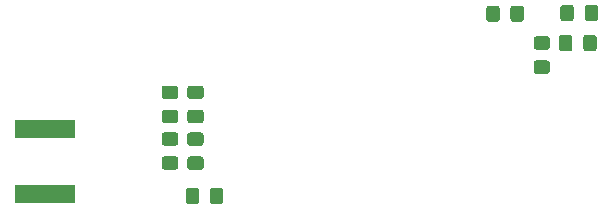
<source format=gbr>
%TF.GenerationSoftware,KiCad,Pcbnew,(5.1.6-0-10_14)*%
%TF.CreationDate,2021-01-11T17:17:34-08:00*%
%TF.ProjectId,AD7766_dev_board,41443737-3636-45f6-9465-765f626f6172,rev?*%
%TF.SameCoordinates,Original*%
%TF.FileFunction,Paste,Bot*%
%TF.FilePolarity,Positive*%
%FSLAX46Y46*%
G04 Gerber Fmt 4.6, Leading zero omitted, Abs format (unit mm)*
G04 Created by KiCad (PCBNEW (5.1.6-0-10_14)) date 2021-01-11 17:17:34*
%MOMM*%
%LPD*%
G01*
G04 APERTURE LIST*
%ADD10R,5.080000X1.600000*%
G04 APERTURE END LIST*
%TO.C,R14*%
G36*
G01*
X28112500Y11372001D02*
X28112500Y10471999D01*
G75*
G02*
X27862501Y10222000I-249999J0D01*
G01*
X27212499Y10222000D01*
G75*
G02*
X26962500Y10471999I0J249999D01*
G01*
X26962500Y11372001D01*
G75*
G02*
X27212499Y11622000I249999J0D01*
G01*
X27862501Y11622000D01*
G75*
G02*
X28112500Y11372001I0J-249999D01*
G01*
G37*
G36*
G01*
X30162500Y11372001D02*
X30162500Y10471999D01*
G75*
G02*
X29912501Y10222000I-249999J0D01*
G01*
X29262499Y10222000D01*
G75*
G02*
X29012500Y10471999I0J249999D01*
G01*
X29012500Y11372001D01*
G75*
G02*
X29262499Y11622000I249999J0D01*
G01*
X29912501Y11622000D01*
G75*
G02*
X30162500Y11372001I0J-249999D01*
G01*
G37*
%TD*%
%TO.C,R13*%
G36*
G01*
X21829500Y11308501D02*
X21829500Y10408499D01*
G75*
G02*
X21579501Y10158500I-249999J0D01*
G01*
X20929499Y10158500D01*
G75*
G02*
X20679500Y10408499I0J249999D01*
G01*
X20679500Y11308501D01*
G75*
G02*
X20929499Y11558500I249999J0D01*
G01*
X21579501Y11558500D01*
G75*
G02*
X21829500Y11308501I0J-249999D01*
G01*
G37*
G36*
G01*
X23879500Y11308501D02*
X23879500Y10408499D01*
G75*
G02*
X23629501Y10158500I-249999J0D01*
G01*
X22979499Y10158500D01*
G75*
G02*
X22729500Y10408499I0J249999D01*
G01*
X22729500Y11308501D01*
G75*
G02*
X22979499Y11558500I249999J0D01*
G01*
X23629501Y11558500D01*
G75*
G02*
X23879500Y11308501I0J-249999D01*
G01*
G37*
%TD*%
%TO.C,R12*%
G36*
G01*
X27989000Y8832001D02*
X27989000Y7931999D01*
G75*
G02*
X27739001Y7682000I-249999J0D01*
G01*
X27088999Y7682000D01*
G75*
G02*
X26839000Y7931999I0J249999D01*
G01*
X26839000Y8832001D01*
G75*
G02*
X27088999Y9082000I249999J0D01*
G01*
X27739001Y9082000D01*
G75*
G02*
X27989000Y8832001I0J-249999D01*
G01*
G37*
G36*
G01*
X30039000Y8832001D02*
X30039000Y7931999D01*
G75*
G02*
X29789001Y7682000I-249999J0D01*
G01*
X29138999Y7682000D01*
G75*
G02*
X28889000Y7931999I0J249999D01*
G01*
X28889000Y8832001D01*
G75*
G02*
X29138999Y9082000I249999J0D01*
G01*
X29789001Y9082000D01*
G75*
G02*
X30039000Y8832001I0J-249999D01*
G01*
G37*
%TD*%
%TO.C,R11*%
G36*
G01*
X25841001Y7816000D02*
X24940999Y7816000D01*
G75*
G02*
X24691000Y8065999I0J249999D01*
G01*
X24691000Y8716001D01*
G75*
G02*
X24940999Y8966000I249999J0D01*
G01*
X25841001Y8966000D01*
G75*
G02*
X26091000Y8716001I0J-249999D01*
G01*
X26091000Y8065999D01*
G75*
G02*
X25841001Y7816000I-249999J0D01*
G01*
G37*
G36*
G01*
X25841001Y5766000D02*
X24940999Y5766000D01*
G75*
G02*
X24691000Y6015999I0J249999D01*
G01*
X24691000Y6666001D01*
G75*
G02*
X24940999Y6916000I249999J0D01*
G01*
X25841001Y6916000D01*
G75*
G02*
X26091000Y6666001I0J-249999D01*
G01*
X26091000Y6015999D01*
G75*
G02*
X25841001Y5766000I-249999J0D01*
G01*
G37*
%TD*%
%TO.C,R5*%
G36*
G01*
X-3486999Y-321000D02*
X-4387001Y-321000D01*
G75*
G02*
X-4637000Y-71001I0J249999D01*
G01*
X-4637000Y579001D01*
G75*
G02*
X-4387001Y829000I249999J0D01*
G01*
X-3486999Y829000D01*
G75*
G02*
X-3237000Y579001I0J-249999D01*
G01*
X-3237000Y-71001D01*
G75*
G02*
X-3486999Y-321000I-249999J0D01*
G01*
G37*
G36*
G01*
X-3486999Y-2371000D02*
X-4387001Y-2371000D01*
G75*
G02*
X-4637000Y-2121001I0J249999D01*
G01*
X-4637000Y-1470999D01*
G75*
G02*
X-4387001Y-1221000I249999J0D01*
G01*
X-3486999Y-1221000D01*
G75*
G02*
X-3237000Y-1470999I0J-249999D01*
G01*
X-3237000Y-2121001D01*
G75*
G02*
X-3486999Y-2371000I-249999J0D01*
G01*
G37*
%TD*%
%TO.C,R4*%
G36*
G01*
X-6537001Y-1212000D02*
X-5636999Y-1212000D01*
G75*
G02*
X-5387000Y-1461999I0J-249999D01*
G01*
X-5387000Y-2112001D01*
G75*
G02*
X-5636999Y-2362000I-249999J0D01*
G01*
X-6537001Y-2362000D01*
G75*
G02*
X-6787000Y-2112001I0J249999D01*
G01*
X-6787000Y-1461999D01*
G75*
G02*
X-6537001Y-1212000I249999J0D01*
G01*
G37*
G36*
G01*
X-6537001Y838000D02*
X-5636999Y838000D01*
G75*
G02*
X-5387000Y588001I0J-249999D01*
G01*
X-5387000Y-62001D01*
G75*
G02*
X-5636999Y-312000I-249999J0D01*
G01*
X-6537001Y-312000D01*
G75*
G02*
X-6787000Y-62001I0J249999D01*
G01*
X-6787000Y588001D01*
G75*
G02*
X-6537001Y838000I249999J0D01*
G01*
G37*
%TD*%
%TO.C,R2*%
G36*
G01*
X-4387001Y2734000D02*
X-3486999Y2734000D01*
G75*
G02*
X-3237000Y2484001I0J-249999D01*
G01*
X-3237000Y1833999D01*
G75*
G02*
X-3486999Y1584000I-249999J0D01*
G01*
X-4387001Y1584000D01*
G75*
G02*
X-4637000Y1833999I0J249999D01*
G01*
X-4637000Y2484001D01*
G75*
G02*
X-4387001Y2734000I249999J0D01*
G01*
G37*
G36*
G01*
X-4387001Y4784000D02*
X-3486999Y4784000D01*
G75*
G02*
X-3237000Y4534001I0J-249999D01*
G01*
X-3237000Y3883999D01*
G75*
G02*
X-3486999Y3634000I-249999J0D01*
G01*
X-4387001Y3634000D01*
G75*
G02*
X-4637000Y3883999I0J249999D01*
G01*
X-4637000Y4534001D01*
G75*
G02*
X-4387001Y4784000I249999J0D01*
G01*
G37*
%TD*%
%TO.C,R1*%
G36*
G01*
X-5645999Y3634000D02*
X-6546001Y3634000D01*
G75*
G02*
X-6796000Y3883999I0J249999D01*
G01*
X-6796000Y4534001D01*
G75*
G02*
X-6546001Y4784000I249999J0D01*
G01*
X-5645999Y4784000D01*
G75*
G02*
X-5396000Y4534001I0J-249999D01*
G01*
X-5396000Y3883999D01*
G75*
G02*
X-5645999Y3634000I-249999J0D01*
G01*
G37*
G36*
G01*
X-5645999Y1584000D02*
X-6546001Y1584000D01*
G75*
G02*
X-6796000Y1833999I0J249999D01*
G01*
X-6796000Y2484001D01*
G75*
G02*
X-6546001Y2734000I249999J0D01*
G01*
X-5645999Y2734000D01*
G75*
G02*
X-5396000Y2484001I0J-249999D01*
G01*
X-5396000Y1833999D01*
G75*
G02*
X-5645999Y1584000I-249999J0D01*
G01*
G37*
%TD*%
D10*
%TO.C,J1*%
X-16706000Y-4421000D03*
X-16706000Y1119000D03*
%TD*%
%TO.C,C10*%
G36*
G01*
X-2716000Y-5022001D02*
X-2716000Y-4121999D01*
G75*
G02*
X-2466001Y-3872000I249999J0D01*
G01*
X-1815999Y-3872000D01*
G75*
G02*
X-1566000Y-4121999I0J-249999D01*
G01*
X-1566000Y-5022001D01*
G75*
G02*
X-1815999Y-5272000I-249999J0D01*
G01*
X-2466001Y-5272000D01*
G75*
G02*
X-2716000Y-5022001I0J249999D01*
G01*
G37*
G36*
G01*
X-4766000Y-5022001D02*
X-4766000Y-4121999D01*
G75*
G02*
X-4516001Y-3872000I249999J0D01*
G01*
X-3865999Y-3872000D01*
G75*
G02*
X-3616000Y-4121999I0J-249999D01*
G01*
X-3616000Y-5022001D01*
G75*
G02*
X-3865999Y-5272000I-249999J0D01*
G01*
X-4516001Y-5272000D01*
G75*
G02*
X-4766000Y-5022001I0J249999D01*
G01*
G37*
%TD*%
M02*

</source>
